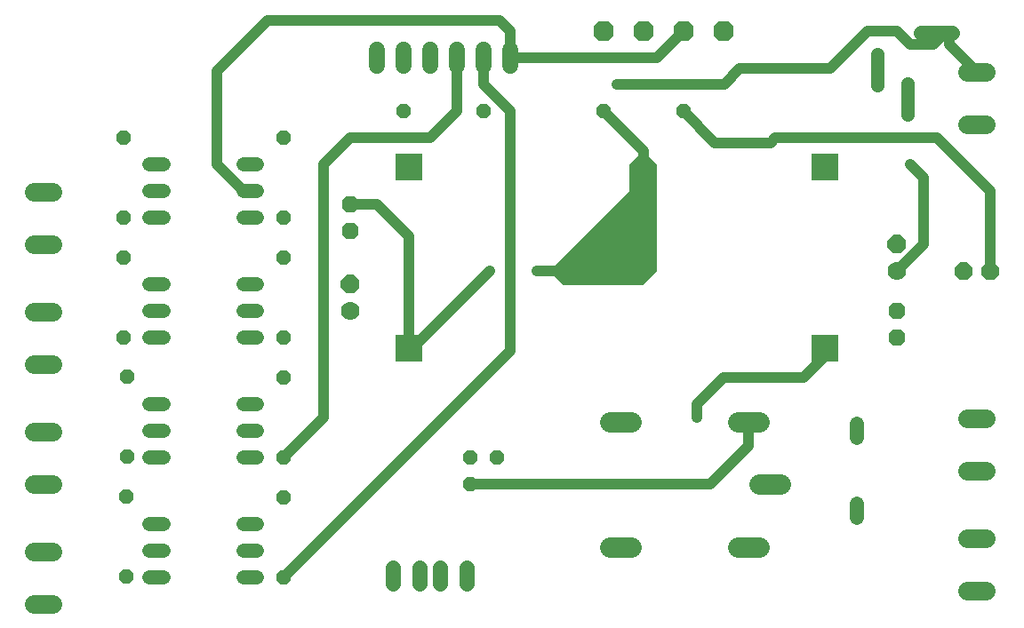
<source format=gbr>
G04 EAGLE Gerber X2 export*
%TF.Part,Single*%
%TF.FileFunction,Copper,L2,Bot,Mixed*%
%TF.FilePolarity,Positive*%
%TF.GenerationSoftware,Autodesk,EAGLE,8.7.0*%
%TF.CreationDate,2018-11-07T17:36:19Z*%
G75*
%MOMM*%
%FSLAX34Y34*%
%LPD*%
%AMOC8*
5,1,8,0,0,1.08239X$1,22.5*%
G01*
%ADD10P,2.089446X8X202.500000*%
%ADD11C,1.790700*%
%ADD12P,1.924489X8X112.500000*%
%ADD13C,1.778000*%
%ADD14P,1.732040X8X292.500000*%
%ADD15P,1.732040X8X112.500000*%
%ADD16C,1.320800*%
%ADD17C,1.981200*%
%ADD18P,1.814519X8X202.500000*%
%ADD19P,1.429621X8X112.500000*%
%ADD20P,1.429621X8X292.500000*%
%ADD21P,1.429621X8X22.500000*%
%ADD22P,1.429621X8X202.500000*%
%ADD23C,1.524000*%
%ADD24R,2.500000X2.500000*%
%ADD25C,1.458000*%
%ADD26C,1.400000*%
%ADD27C,1.308000*%
%ADD28C,1.016000*%
%ADD29C,0.956400*%

G36*
X622374Y355237D02*
X622374Y355237D01*
X622449Y355250D01*
X622459Y355257D01*
X622469Y355259D01*
X622498Y355283D01*
X622569Y355331D01*
X635269Y368031D01*
X635309Y368096D01*
X635353Y368158D01*
X635355Y368170D01*
X635360Y368178D01*
X635364Y368215D01*
X635380Y368300D01*
X635380Y469900D01*
X635363Y469974D01*
X635350Y470049D01*
X635343Y470059D01*
X635341Y470069D01*
X635317Y470098D01*
X635269Y470169D01*
X622569Y482869D01*
X622526Y482896D01*
X622488Y482930D01*
X622453Y482941D01*
X622422Y482960D01*
X622371Y482965D01*
X622322Y482980D01*
X622286Y482973D01*
X622249Y482977D01*
X622202Y482959D01*
X622151Y482950D01*
X622116Y482926D01*
X622087Y482915D01*
X622066Y482893D01*
X622031Y482869D01*
X609331Y470169D01*
X609291Y470104D01*
X609247Y470042D01*
X609245Y470030D01*
X609240Y470022D01*
X609236Y469985D01*
X609220Y469900D01*
X609220Y444658D01*
X533131Y368569D01*
X533104Y368526D01*
X533070Y368488D01*
X533059Y368453D01*
X533040Y368422D01*
X533035Y368371D01*
X533020Y368322D01*
X533027Y368286D01*
X533023Y368249D01*
X533041Y368202D01*
X533050Y368151D01*
X533074Y368116D01*
X533085Y368087D01*
X533107Y368066D01*
X533131Y368031D01*
X545831Y355331D01*
X545896Y355291D01*
X545958Y355247D01*
X545970Y355245D01*
X545978Y355240D01*
X546015Y355236D01*
X546100Y355220D01*
X622300Y355220D01*
X622374Y355237D01*
G37*
D10*
X584200Y596900D03*
X660400Y596900D03*
X622300Y596900D03*
D11*
X59754Y444100D02*
X41847Y444100D01*
X41847Y394100D02*
X59754Y394100D01*
X59754Y215500D02*
X41847Y215500D01*
X41847Y165500D02*
X59754Y165500D01*
D12*
X342900Y355600D03*
D13*
X342900Y330200D03*
D14*
X342900Y431800D03*
X342900Y406400D03*
D12*
X863600Y393700D03*
D13*
X863600Y368300D03*
D15*
X863600Y304800D03*
X863600Y330200D03*
D16*
X825500Y146304D02*
X825500Y133096D01*
X825500Y209296D02*
X825500Y222504D01*
D10*
X698500Y596900D03*
D17*
X733044Y165100D02*
X752856Y165100D01*
X732536Y224790D02*
X712724Y224790D01*
X712724Y105410D02*
X732536Y105410D01*
X610616Y105410D02*
X590804Y105410D01*
X590804Y224790D02*
X610616Y224790D01*
D11*
X930847Y63900D02*
X948754Y63900D01*
X948754Y113900D02*
X930847Y113900D01*
D18*
X952500Y368300D03*
X927100Y368300D03*
D11*
X930847Y178200D02*
X948754Y178200D01*
X948754Y228200D02*
X930847Y228200D01*
D16*
X165100Y127000D02*
X151892Y127000D01*
X151892Y101600D02*
X165100Y101600D01*
X241300Y101600D02*
X254508Y101600D01*
X254508Y127000D02*
X241300Y127000D01*
X165100Y76200D02*
X151892Y76200D01*
X241300Y76200D02*
X254508Y76200D01*
X165100Y241300D02*
X151892Y241300D01*
X151892Y215900D02*
X165100Y215900D01*
X241300Y215900D02*
X254508Y215900D01*
X254508Y241300D02*
X241300Y241300D01*
X165100Y190500D02*
X151892Y190500D01*
X241300Y190500D02*
X254508Y190500D01*
X165100Y355600D02*
X151892Y355600D01*
X151892Y330200D02*
X165100Y330200D01*
X241300Y330200D02*
X254508Y330200D01*
X254508Y355600D02*
X241300Y355600D01*
X165100Y304800D02*
X151892Y304800D01*
X241300Y304800D02*
X254508Y304800D01*
X165100Y469900D02*
X151892Y469900D01*
X151892Y444500D02*
X165100Y444500D01*
X241300Y444500D02*
X254508Y444500D01*
X254508Y469900D02*
X241300Y469900D01*
X165100Y419100D02*
X151892Y419100D01*
X241300Y419100D02*
X254508Y419100D01*
D11*
X930847Y508400D02*
X948754Y508400D01*
X948754Y558400D02*
X930847Y558400D01*
D19*
X129540Y77470D03*
X129540Y153670D03*
X127000Y419100D03*
X127000Y495300D03*
D20*
X279400Y495300D03*
X279400Y419100D03*
D21*
X393700Y520700D03*
X469900Y520700D03*
D20*
X279400Y152400D03*
X279400Y76200D03*
D19*
X130810Y191770D03*
X130810Y267970D03*
D20*
X279400Y266700D03*
X279400Y190500D03*
D19*
X127000Y304800D03*
X127000Y381000D03*
D20*
X279400Y381000D03*
X279400Y304800D03*
D22*
X660400Y520700D03*
X584200Y520700D03*
D11*
X59754Y329800D02*
X41847Y329800D01*
X41847Y279800D02*
X59754Y279800D01*
X59754Y101200D02*
X41847Y101200D01*
X41847Y51200D02*
X59754Y51200D01*
D23*
X495300Y563880D02*
X495300Y579120D01*
X469900Y579120D02*
X469900Y563880D01*
X444500Y563880D02*
X444500Y579120D01*
X419100Y579120D02*
X419100Y563880D01*
X393700Y563880D02*
X393700Y579120D01*
X368300Y579120D02*
X368300Y563880D01*
D22*
X482600Y190500D03*
X457200Y190500D03*
X457200Y165100D03*
D24*
X795020Y294640D03*
X795020Y467360D03*
X398780Y467360D03*
X398780Y294640D03*
D25*
X409100Y85190D02*
X409100Y70610D01*
X429100Y70610D02*
X429100Y85190D01*
X384100Y85190D02*
X384100Y70610D01*
X454100Y70610D02*
X454100Y85190D01*
D26*
X902700Y595100D02*
X916700Y595100D01*
D27*
X845700Y574640D02*
X845700Y561560D01*
X873700Y546640D02*
X873700Y533560D01*
D26*
X886700Y595100D02*
X900700Y595100D01*
D27*
X845700Y558640D02*
X845700Y545560D01*
X873700Y530640D02*
X873700Y517560D01*
D28*
X714383Y561020D02*
X699463Y546100D01*
X596900Y546100D01*
X714383Y561020D02*
X800100Y561020D01*
D29*
X596900Y546100D03*
D28*
X863600Y368300D02*
X889000Y393700D01*
X889000Y457200D02*
X876300Y469900D01*
D29*
X876300Y469900D03*
D28*
X889000Y457200D02*
X889000Y393700D01*
D29*
X673100Y228600D03*
D28*
X673100Y241300D01*
X698500Y266700D01*
X774700Y266700D01*
X795020Y287020D01*
X795020Y294640D01*
X898800Y584200D02*
X909700Y595100D01*
X898800Y584200D02*
X876300Y584200D01*
X863600Y596900D01*
X835980Y596900D02*
X800100Y561020D01*
X835980Y596900D02*
X863600Y596900D01*
X914304Y583896D02*
X939800Y558400D01*
X914304Y583896D02*
X914304Y595100D01*
D29*
X800100Y561020D03*
D28*
X368300Y431800D02*
X342900Y431800D01*
X398780Y401320D02*
X398780Y294640D01*
X398780Y401320D02*
X368300Y431800D01*
D29*
X520700Y368300D03*
X476250Y368300D03*
D28*
X402590Y294640D01*
X398780Y294640D01*
X622300Y482600D02*
X584200Y520700D01*
X596900Y368300D02*
X520700Y368300D01*
X596900Y368300D02*
X622300Y393700D01*
X622300Y482600D01*
X495300Y292100D02*
X279400Y76200D01*
X495300Y292100D02*
X495300Y520700D01*
X469900Y546100D01*
X469900Y571500D01*
X317500Y228600D02*
X279400Y190500D01*
X317500Y228600D02*
X317500Y469900D01*
X342900Y495300D01*
X419100Y495300D01*
X444500Y520700D01*
X444500Y571500D01*
X952500Y444500D02*
X952500Y368300D01*
X748337Y495300D02*
X743577Y490540D01*
X690560Y490540D01*
X748337Y495300D02*
X901700Y495300D01*
X690560Y490540D02*
X660400Y520700D01*
X901700Y495300D02*
X952500Y444500D01*
X685800Y165100D02*
X457200Y165100D01*
X685800Y165100D02*
X722630Y201930D01*
X722630Y224790D01*
X635000Y571500D02*
X495300Y571500D01*
X635000Y571500D02*
X660400Y596900D01*
X495300Y596900D02*
X495300Y571500D01*
X495300Y596900D02*
X485140Y607060D01*
X264160Y607060D02*
X215900Y558800D01*
X215900Y469900D01*
X241300Y444500D01*
X264160Y607060D02*
X485140Y607060D01*
M02*

</source>
